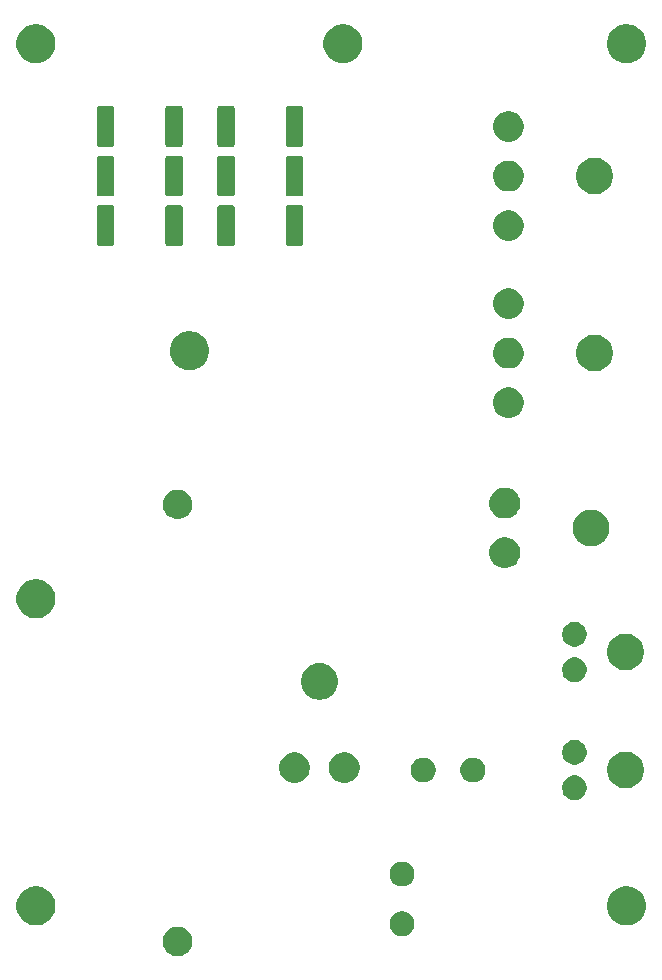
<source format=gbr>
G04 #@! TF.GenerationSoftware,KiCad,Pcbnew,(5.1.4-0)*
G04 #@! TF.CreationDate,2021-06-22T22:46:31+02:00*
G04 #@! TF.ProjectId,accumulator_HV_distribution_board,61636375-6d75-46c6-9174-6f725f48565f,rev?*
G04 #@! TF.SameCoordinates,Original*
G04 #@! TF.FileFunction,Soldermask,Bot*
G04 #@! TF.FilePolarity,Negative*
%FSLAX46Y46*%
G04 Gerber Fmt 4.6, Leading zero omitted, Abs format (unit mm)*
G04 Created by KiCad (PCBNEW (5.1.4-0)) date 2021-06-22 22:46:31*
%MOMM*%
%LPD*%
G04 APERTURE LIST*
%ADD10C,0.100000*%
G04 APERTURE END LIST*
D10*
G36*
X132364903Y-119797075D02*
G01*
X132592571Y-119891378D01*
X132797466Y-120028285D01*
X132971715Y-120202534D01*
X133108622Y-120407429D01*
X133108623Y-120407431D01*
X133118545Y-120431385D01*
X133202925Y-120635097D01*
X133251000Y-120876787D01*
X133251000Y-121123213D01*
X133202925Y-121364903D01*
X133108622Y-121592571D01*
X132971715Y-121797466D01*
X132797466Y-121971715D01*
X132592571Y-122108622D01*
X132592570Y-122108623D01*
X132592569Y-122108623D01*
X132364903Y-122202925D01*
X132123214Y-122251000D01*
X131876786Y-122251000D01*
X131635097Y-122202925D01*
X131407431Y-122108623D01*
X131407430Y-122108623D01*
X131407429Y-122108622D01*
X131202534Y-121971715D01*
X131028285Y-121797466D01*
X130891378Y-121592571D01*
X130797075Y-121364903D01*
X130749000Y-121123213D01*
X130749000Y-120876787D01*
X130797075Y-120635097D01*
X130881455Y-120431385D01*
X130891377Y-120407431D01*
X130891378Y-120407429D01*
X131028285Y-120202534D01*
X131202534Y-120028285D01*
X131407429Y-119891378D01*
X131635097Y-119797075D01*
X131876786Y-119749000D01*
X132123214Y-119749000D01*
X132364903Y-119797075D01*
X132364903Y-119797075D01*
G37*
G36*
X151306564Y-118489389D02*
G01*
X151497833Y-118568615D01*
X151497835Y-118568616D01*
X151669973Y-118683635D01*
X151816365Y-118830027D01*
X151931385Y-119002167D01*
X152010611Y-119193436D01*
X152051000Y-119396484D01*
X152051000Y-119603516D01*
X152010611Y-119806564D01*
X151975480Y-119891377D01*
X151931384Y-119997835D01*
X151816365Y-120169973D01*
X151669973Y-120316365D01*
X151497835Y-120431384D01*
X151497834Y-120431385D01*
X151497833Y-120431385D01*
X151306564Y-120510611D01*
X151103516Y-120551000D01*
X150896484Y-120551000D01*
X150693436Y-120510611D01*
X150502167Y-120431385D01*
X150502166Y-120431385D01*
X150502165Y-120431384D01*
X150330027Y-120316365D01*
X150183635Y-120169973D01*
X150068616Y-119997835D01*
X150024520Y-119891377D01*
X149989389Y-119806564D01*
X149949000Y-119603516D01*
X149949000Y-119396484D01*
X149989389Y-119193436D01*
X150068615Y-119002167D01*
X150183635Y-118830027D01*
X150330027Y-118683635D01*
X150502165Y-118568616D01*
X150502167Y-118568615D01*
X150693436Y-118489389D01*
X150896484Y-118449000D01*
X151103516Y-118449000D01*
X151306564Y-118489389D01*
X151306564Y-118489389D01*
G37*
G36*
X170375256Y-116391298D02*
G01*
X170481579Y-116412447D01*
X170782042Y-116536903D01*
X171052451Y-116717585D01*
X171282415Y-116947549D01*
X171463097Y-117217958D01*
X171587553Y-117518421D01*
X171651000Y-117837391D01*
X171651000Y-118162609D01*
X171587553Y-118481579D01*
X171463097Y-118782042D01*
X171282415Y-119052451D01*
X171052451Y-119282415D01*
X170782042Y-119463097D01*
X170481579Y-119587553D01*
X170401327Y-119603516D01*
X170162611Y-119651000D01*
X169837389Y-119651000D01*
X169598673Y-119603516D01*
X169518421Y-119587553D01*
X169217958Y-119463097D01*
X168947549Y-119282415D01*
X168717585Y-119052451D01*
X168536903Y-118782042D01*
X168412447Y-118481579D01*
X168349000Y-118162609D01*
X168349000Y-117837391D01*
X168412447Y-117518421D01*
X168536903Y-117217958D01*
X168717585Y-116947549D01*
X168947549Y-116717585D01*
X169217958Y-116536903D01*
X169518421Y-116412447D01*
X169624744Y-116391298D01*
X169837389Y-116349000D01*
X170162611Y-116349000D01*
X170375256Y-116391298D01*
X170375256Y-116391298D01*
G37*
G36*
X120375256Y-116391298D02*
G01*
X120481579Y-116412447D01*
X120782042Y-116536903D01*
X121052451Y-116717585D01*
X121282415Y-116947549D01*
X121463097Y-117217958D01*
X121587553Y-117518421D01*
X121651000Y-117837391D01*
X121651000Y-118162609D01*
X121587553Y-118481579D01*
X121463097Y-118782042D01*
X121282415Y-119052451D01*
X121052451Y-119282415D01*
X120782042Y-119463097D01*
X120481579Y-119587553D01*
X120401327Y-119603516D01*
X120162611Y-119651000D01*
X119837389Y-119651000D01*
X119598673Y-119603516D01*
X119518421Y-119587553D01*
X119217958Y-119463097D01*
X118947549Y-119282415D01*
X118717585Y-119052451D01*
X118536903Y-118782042D01*
X118412447Y-118481579D01*
X118349000Y-118162609D01*
X118349000Y-117837391D01*
X118412447Y-117518421D01*
X118536903Y-117217958D01*
X118717585Y-116947549D01*
X118947549Y-116717585D01*
X119217958Y-116536903D01*
X119518421Y-116412447D01*
X119624744Y-116391298D01*
X119837389Y-116349000D01*
X120162611Y-116349000D01*
X120375256Y-116391298D01*
X120375256Y-116391298D01*
G37*
G36*
X151306564Y-114289389D02*
G01*
X151497833Y-114368615D01*
X151497835Y-114368616D01*
X151669973Y-114483635D01*
X151816365Y-114630027D01*
X151931385Y-114802167D01*
X152010611Y-114993436D01*
X152051000Y-115196484D01*
X152051000Y-115403516D01*
X152010611Y-115606564D01*
X151931385Y-115797833D01*
X151931384Y-115797835D01*
X151816365Y-115969973D01*
X151669973Y-116116365D01*
X151497835Y-116231384D01*
X151497834Y-116231385D01*
X151497833Y-116231385D01*
X151306564Y-116310611D01*
X151103516Y-116351000D01*
X150896484Y-116351000D01*
X150693436Y-116310611D01*
X150502167Y-116231385D01*
X150502166Y-116231385D01*
X150502165Y-116231384D01*
X150330027Y-116116365D01*
X150183635Y-115969973D01*
X150068616Y-115797835D01*
X150068615Y-115797833D01*
X149989389Y-115606564D01*
X149949000Y-115403516D01*
X149949000Y-115196484D01*
X149989389Y-114993436D01*
X150068615Y-114802167D01*
X150183635Y-114630027D01*
X150330027Y-114483635D01*
X150502165Y-114368616D01*
X150502167Y-114368615D01*
X150693436Y-114289389D01*
X150896484Y-114249000D01*
X151103516Y-114249000D01*
X151306564Y-114289389D01*
X151306564Y-114289389D01*
G37*
G36*
X165906564Y-106989389D02*
G01*
X166097833Y-107068615D01*
X166097835Y-107068616D01*
X166269973Y-107183635D01*
X166416365Y-107330027D01*
X166522390Y-107488704D01*
X166531385Y-107502167D01*
X166610611Y-107693436D01*
X166651000Y-107896484D01*
X166651000Y-108103516D01*
X166610611Y-108306564D01*
X166531385Y-108497833D01*
X166531384Y-108497835D01*
X166416365Y-108669973D01*
X166269973Y-108816365D01*
X166097835Y-108931384D01*
X166097834Y-108931385D01*
X166097833Y-108931385D01*
X165906564Y-109010611D01*
X165703516Y-109051000D01*
X165496484Y-109051000D01*
X165293436Y-109010611D01*
X165102167Y-108931385D01*
X165102166Y-108931385D01*
X165102165Y-108931384D01*
X164930027Y-108816365D01*
X164783635Y-108669973D01*
X164668616Y-108497835D01*
X164668615Y-108497833D01*
X164589389Y-108306564D01*
X164549000Y-108103516D01*
X164549000Y-107896484D01*
X164589389Y-107693436D01*
X164668615Y-107502167D01*
X164677611Y-107488704D01*
X164783635Y-107330027D01*
X164930027Y-107183635D01*
X165102165Y-107068616D01*
X165102167Y-107068615D01*
X165293436Y-106989389D01*
X165496484Y-106949000D01*
X165703516Y-106949000D01*
X165906564Y-106989389D01*
X165906564Y-106989389D01*
G37*
G36*
X170222585Y-104978802D02*
G01*
X170372410Y-105008604D01*
X170654674Y-105125521D01*
X170908705Y-105295259D01*
X171124741Y-105511295D01*
X171294479Y-105765326D01*
X171411396Y-106047590D01*
X171411396Y-106047591D01*
X171471000Y-106347239D01*
X171471000Y-106652761D01*
X171441198Y-106802585D01*
X171411396Y-106952410D01*
X171294479Y-107234674D01*
X171124741Y-107488705D01*
X170908705Y-107704741D01*
X170654674Y-107874479D01*
X170372410Y-107991396D01*
X170222585Y-108021198D01*
X170072761Y-108051000D01*
X169767239Y-108051000D01*
X169617415Y-108021198D01*
X169467590Y-107991396D01*
X169185326Y-107874479D01*
X168931295Y-107704741D01*
X168715259Y-107488705D01*
X168545521Y-107234674D01*
X168428604Y-106952410D01*
X168398802Y-106802585D01*
X168369000Y-106652761D01*
X168369000Y-106347239D01*
X168428604Y-106047591D01*
X168428604Y-106047590D01*
X168545521Y-105765326D01*
X168715259Y-105511295D01*
X168931295Y-105295259D01*
X169185326Y-105125521D01*
X169467590Y-105008604D01*
X169617415Y-104978802D01*
X169767239Y-104949000D01*
X170072761Y-104949000D01*
X170222585Y-104978802D01*
X170222585Y-104978802D01*
G37*
G36*
X146479487Y-105048996D02*
G01*
X146716253Y-105147068D01*
X146716255Y-105147069D01*
X146929339Y-105289447D01*
X147110553Y-105470661D01*
X147252858Y-105683635D01*
X147252932Y-105683747D01*
X147351004Y-105920513D01*
X147401000Y-106171861D01*
X147401000Y-106428139D01*
X147351004Y-106679487D01*
X147298366Y-106806565D01*
X147252931Y-106916255D01*
X147110553Y-107129339D01*
X146929339Y-107310553D01*
X146716255Y-107452931D01*
X146716254Y-107452932D01*
X146716253Y-107452932D01*
X146479487Y-107551004D01*
X146228139Y-107601000D01*
X145971861Y-107601000D01*
X145720513Y-107551004D01*
X145483747Y-107452932D01*
X145483746Y-107452932D01*
X145483745Y-107452931D01*
X145270661Y-107310553D01*
X145089447Y-107129339D01*
X144947069Y-106916255D01*
X144901634Y-106806565D01*
X144848996Y-106679487D01*
X144799000Y-106428139D01*
X144799000Y-106171861D01*
X144848996Y-105920513D01*
X144947068Y-105683747D01*
X144947143Y-105683635D01*
X145089447Y-105470661D01*
X145270661Y-105289447D01*
X145483745Y-105147069D01*
X145483747Y-105147068D01*
X145720513Y-105048996D01*
X145971861Y-104999000D01*
X146228139Y-104999000D01*
X146479487Y-105048996D01*
X146479487Y-105048996D01*
G37*
G36*
X142279487Y-105048996D02*
G01*
X142516253Y-105147068D01*
X142516255Y-105147069D01*
X142729339Y-105289447D01*
X142910553Y-105470661D01*
X143052858Y-105683635D01*
X143052932Y-105683747D01*
X143151004Y-105920513D01*
X143201000Y-106171861D01*
X143201000Y-106428139D01*
X143151004Y-106679487D01*
X143098366Y-106806565D01*
X143052931Y-106916255D01*
X142910553Y-107129339D01*
X142729339Y-107310553D01*
X142516255Y-107452931D01*
X142516254Y-107452932D01*
X142516253Y-107452932D01*
X142279487Y-107551004D01*
X142028139Y-107601000D01*
X141771861Y-107601000D01*
X141520513Y-107551004D01*
X141283747Y-107452932D01*
X141283746Y-107452932D01*
X141283745Y-107452931D01*
X141070661Y-107310553D01*
X140889447Y-107129339D01*
X140747069Y-106916255D01*
X140701634Y-106806565D01*
X140648996Y-106679487D01*
X140599000Y-106428139D01*
X140599000Y-106171861D01*
X140648996Y-105920513D01*
X140747068Y-105683747D01*
X140747143Y-105683635D01*
X140889447Y-105470661D01*
X141070661Y-105289447D01*
X141283745Y-105147069D01*
X141283747Y-105147068D01*
X141520513Y-105048996D01*
X141771861Y-104999000D01*
X142028139Y-104999000D01*
X142279487Y-105048996D01*
X142279487Y-105048996D01*
G37*
G36*
X157306564Y-105489389D02*
G01*
X157497833Y-105568615D01*
X157497835Y-105568616D01*
X157669973Y-105683635D01*
X157816365Y-105830027D01*
X157884090Y-105931384D01*
X157931385Y-106002167D01*
X158010611Y-106193436D01*
X158051000Y-106396484D01*
X158051000Y-106603516D01*
X158010611Y-106806564D01*
X157934882Y-106989390D01*
X157931384Y-106997835D01*
X157816365Y-107169973D01*
X157669973Y-107316365D01*
X157497835Y-107431384D01*
X157497834Y-107431385D01*
X157497833Y-107431385D01*
X157306564Y-107510611D01*
X157103516Y-107551000D01*
X156896484Y-107551000D01*
X156693436Y-107510611D01*
X156502167Y-107431385D01*
X156502166Y-107431385D01*
X156502165Y-107431384D01*
X156330027Y-107316365D01*
X156183635Y-107169973D01*
X156068616Y-106997835D01*
X156065118Y-106989390D01*
X155989389Y-106806564D01*
X155949000Y-106603516D01*
X155949000Y-106396484D01*
X155989389Y-106193436D01*
X156068615Y-106002167D01*
X156115911Y-105931384D01*
X156183635Y-105830027D01*
X156330027Y-105683635D01*
X156502165Y-105568616D01*
X156502167Y-105568615D01*
X156693436Y-105489389D01*
X156896484Y-105449000D01*
X157103516Y-105449000D01*
X157306564Y-105489389D01*
X157306564Y-105489389D01*
G37*
G36*
X153106564Y-105489389D02*
G01*
X153297833Y-105568615D01*
X153297835Y-105568616D01*
X153469973Y-105683635D01*
X153616365Y-105830027D01*
X153684090Y-105931384D01*
X153731385Y-106002167D01*
X153810611Y-106193436D01*
X153851000Y-106396484D01*
X153851000Y-106603516D01*
X153810611Y-106806564D01*
X153734882Y-106989390D01*
X153731384Y-106997835D01*
X153616365Y-107169973D01*
X153469973Y-107316365D01*
X153297835Y-107431384D01*
X153297834Y-107431385D01*
X153297833Y-107431385D01*
X153106564Y-107510611D01*
X152903516Y-107551000D01*
X152696484Y-107551000D01*
X152493436Y-107510611D01*
X152302167Y-107431385D01*
X152302166Y-107431385D01*
X152302165Y-107431384D01*
X152130027Y-107316365D01*
X151983635Y-107169973D01*
X151868616Y-106997835D01*
X151865118Y-106989390D01*
X151789389Y-106806564D01*
X151749000Y-106603516D01*
X151749000Y-106396484D01*
X151789389Y-106193436D01*
X151868615Y-106002167D01*
X151915911Y-105931384D01*
X151983635Y-105830027D01*
X152130027Y-105683635D01*
X152302165Y-105568616D01*
X152302167Y-105568615D01*
X152493436Y-105489389D01*
X152696484Y-105449000D01*
X152903516Y-105449000D01*
X153106564Y-105489389D01*
X153106564Y-105489389D01*
G37*
G36*
X165906564Y-103989389D02*
G01*
X166097833Y-104068615D01*
X166097835Y-104068616D01*
X166269973Y-104183635D01*
X166416365Y-104330027D01*
X166531385Y-104502167D01*
X166610611Y-104693436D01*
X166651000Y-104896484D01*
X166651000Y-105103516D01*
X166610611Y-105306564D01*
X166534882Y-105489390D01*
X166531384Y-105497835D01*
X166416365Y-105669973D01*
X166269973Y-105816365D01*
X166097835Y-105931384D01*
X166097834Y-105931385D01*
X166097833Y-105931385D01*
X165906564Y-106010611D01*
X165703516Y-106051000D01*
X165496484Y-106051000D01*
X165293436Y-106010611D01*
X165102167Y-105931385D01*
X165102166Y-105931385D01*
X165102165Y-105931384D01*
X164930027Y-105816365D01*
X164783635Y-105669973D01*
X164668616Y-105497835D01*
X164665118Y-105489390D01*
X164589389Y-105306564D01*
X164549000Y-105103516D01*
X164549000Y-104896484D01*
X164589389Y-104693436D01*
X164668615Y-104502167D01*
X164783635Y-104330027D01*
X164930027Y-104183635D01*
X165102165Y-104068616D01*
X165102167Y-104068615D01*
X165293436Y-103989389D01*
X165496484Y-103949000D01*
X165703516Y-103949000D01*
X165906564Y-103989389D01*
X165906564Y-103989389D01*
G37*
G36*
X144302585Y-97478802D02*
G01*
X144452410Y-97508604D01*
X144734674Y-97625521D01*
X144988705Y-97795259D01*
X145204741Y-98011295D01*
X145374479Y-98265326D01*
X145491396Y-98547590D01*
X145551000Y-98847240D01*
X145551000Y-99152760D01*
X145491396Y-99452410D01*
X145374479Y-99734674D01*
X145204741Y-99988705D01*
X144988705Y-100204741D01*
X144734674Y-100374479D01*
X144452410Y-100491396D01*
X144302585Y-100521198D01*
X144152761Y-100551000D01*
X143847239Y-100551000D01*
X143697415Y-100521198D01*
X143547590Y-100491396D01*
X143265326Y-100374479D01*
X143011295Y-100204741D01*
X142795259Y-99988705D01*
X142625521Y-99734674D01*
X142508604Y-99452410D01*
X142449000Y-99152760D01*
X142449000Y-98847240D01*
X142508604Y-98547590D01*
X142625521Y-98265326D01*
X142795259Y-98011295D01*
X143011295Y-97795259D01*
X143265326Y-97625521D01*
X143547590Y-97508604D01*
X143697415Y-97478802D01*
X143847239Y-97449000D01*
X144152761Y-97449000D01*
X144302585Y-97478802D01*
X144302585Y-97478802D01*
G37*
G36*
X165906564Y-96989389D02*
G01*
X166097833Y-97068615D01*
X166097835Y-97068616D01*
X166269973Y-97183635D01*
X166416365Y-97330027D01*
X166522390Y-97488704D01*
X166531385Y-97502167D01*
X166610611Y-97693436D01*
X166651000Y-97896484D01*
X166651000Y-98103516D01*
X166610611Y-98306564D01*
X166531385Y-98497833D01*
X166531384Y-98497835D01*
X166416365Y-98669973D01*
X166269973Y-98816365D01*
X166097835Y-98931384D01*
X166097834Y-98931385D01*
X166097833Y-98931385D01*
X165906564Y-99010611D01*
X165703516Y-99051000D01*
X165496484Y-99051000D01*
X165293436Y-99010611D01*
X165102167Y-98931385D01*
X165102166Y-98931385D01*
X165102165Y-98931384D01*
X164930027Y-98816365D01*
X164783635Y-98669973D01*
X164668616Y-98497835D01*
X164668615Y-98497833D01*
X164589389Y-98306564D01*
X164549000Y-98103516D01*
X164549000Y-97896484D01*
X164589389Y-97693436D01*
X164668615Y-97502167D01*
X164677611Y-97488704D01*
X164783635Y-97330027D01*
X164930027Y-97183635D01*
X165102165Y-97068616D01*
X165102167Y-97068615D01*
X165293436Y-96989389D01*
X165496484Y-96949000D01*
X165703516Y-96949000D01*
X165906564Y-96989389D01*
X165906564Y-96989389D01*
G37*
G36*
X170222585Y-94978802D02*
G01*
X170372410Y-95008604D01*
X170654674Y-95125521D01*
X170908705Y-95295259D01*
X171124741Y-95511295D01*
X171294479Y-95765326D01*
X171411396Y-96047590D01*
X171471000Y-96347240D01*
X171471000Y-96652760D01*
X171411396Y-96952410D01*
X171294479Y-97234674D01*
X171124741Y-97488705D01*
X170908705Y-97704741D01*
X170654674Y-97874479D01*
X170372410Y-97991396D01*
X170222585Y-98021198D01*
X170072761Y-98051000D01*
X169767239Y-98051000D01*
X169617415Y-98021198D01*
X169467590Y-97991396D01*
X169185326Y-97874479D01*
X168931295Y-97704741D01*
X168715259Y-97488705D01*
X168545521Y-97234674D01*
X168428604Y-96952410D01*
X168369000Y-96652760D01*
X168369000Y-96347240D01*
X168428604Y-96047590D01*
X168545521Y-95765326D01*
X168715259Y-95511295D01*
X168931295Y-95295259D01*
X169185326Y-95125521D01*
X169467590Y-95008604D01*
X169617415Y-94978802D01*
X169767239Y-94949000D01*
X170072761Y-94949000D01*
X170222585Y-94978802D01*
X170222585Y-94978802D01*
G37*
G36*
X165906564Y-93989389D02*
G01*
X166097833Y-94068615D01*
X166097835Y-94068616D01*
X166269973Y-94183635D01*
X166416365Y-94330027D01*
X166531385Y-94502167D01*
X166610611Y-94693436D01*
X166651000Y-94896484D01*
X166651000Y-95103516D01*
X166610611Y-95306564D01*
X166531385Y-95497833D01*
X166531384Y-95497835D01*
X166416365Y-95669973D01*
X166269973Y-95816365D01*
X166097835Y-95931384D01*
X166097834Y-95931385D01*
X166097833Y-95931385D01*
X165906564Y-96010611D01*
X165703516Y-96051000D01*
X165496484Y-96051000D01*
X165293436Y-96010611D01*
X165102167Y-95931385D01*
X165102166Y-95931385D01*
X165102165Y-95931384D01*
X164930027Y-95816365D01*
X164783635Y-95669973D01*
X164668616Y-95497835D01*
X164668615Y-95497833D01*
X164589389Y-95306564D01*
X164549000Y-95103516D01*
X164549000Y-94896484D01*
X164589389Y-94693436D01*
X164668615Y-94502167D01*
X164783635Y-94330027D01*
X164930027Y-94183635D01*
X165102165Y-94068616D01*
X165102167Y-94068615D01*
X165293436Y-93989389D01*
X165496484Y-93949000D01*
X165703516Y-93949000D01*
X165906564Y-93989389D01*
X165906564Y-93989389D01*
G37*
G36*
X120375256Y-90391298D02*
G01*
X120481579Y-90412447D01*
X120782042Y-90536903D01*
X121052451Y-90717585D01*
X121282415Y-90947549D01*
X121463097Y-91217958D01*
X121587553Y-91518421D01*
X121651000Y-91837391D01*
X121651000Y-92162609D01*
X121587553Y-92481579D01*
X121463097Y-92782042D01*
X121282415Y-93052451D01*
X121052451Y-93282415D01*
X120782042Y-93463097D01*
X120481579Y-93587553D01*
X120375256Y-93608702D01*
X120162611Y-93651000D01*
X119837389Y-93651000D01*
X119624744Y-93608702D01*
X119518421Y-93587553D01*
X119217958Y-93463097D01*
X118947549Y-93282415D01*
X118717585Y-93052451D01*
X118536903Y-92782042D01*
X118412447Y-92481579D01*
X118349000Y-92162609D01*
X118349000Y-91837391D01*
X118412447Y-91518421D01*
X118536903Y-91217958D01*
X118717585Y-90947549D01*
X118947549Y-90717585D01*
X119217958Y-90536903D01*
X119518421Y-90412447D01*
X119624744Y-90391298D01*
X119837389Y-90349000D01*
X120162611Y-90349000D01*
X120375256Y-90391298D01*
X120375256Y-90391298D01*
G37*
G36*
X160079487Y-86848996D02*
G01*
X160316253Y-86947068D01*
X160316255Y-86947069D01*
X160529339Y-87089447D01*
X160710553Y-87270661D01*
X160852932Y-87483747D01*
X160951004Y-87720513D01*
X161001000Y-87971861D01*
X161001000Y-88228139D01*
X160951004Y-88479487D01*
X160852932Y-88716253D01*
X160852931Y-88716255D01*
X160710553Y-88929339D01*
X160529339Y-89110553D01*
X160316255Y-89252931D01*
X160316254Y-89252932D01*
X160316253Y-89252932D01*
X160079487Y-89351004D01*
X159828139Y-89401000D01*
X159571861Y-89401000D01*
X159320513Y-89351004D01*
X159083747Y-89252932D01*
X159083746Y-89252932D01*
X159083745Y-89252931D01*
X158870661Y-89110553D01*
X158689447Y-88929339D01*
X158547069Y-88716255D01*
X158547068Y-88716253D01*
X158448996Y-88479487D01*
X158399000Y-88228139D01*
X158399000Y-87971861D01*
X158448996Y-87720513D01*
X158547068Y-87483747D01*
X158689447Y-87270661D01*
X158870661Y-87089447D01*
X159083745Y-86947069D01*
X159083747Y-86947068D01*
X159320513Y-86848996D01*
X159571861Y-86799000D01*
X159828139Y-86799000D01*
X160079487Y-86848996D01*
X160079487Y-86848996D01*
G37*
G36*
X167302585Y-84478802D02*
G01*
X167452410Y-84508604D01*
X167734674Y-84625521D01*
X167988705Y-84795259D01*
X168204741Y-85011295D01*
X168374479Y-85265326D01*
X168491396Y-85547590D01*
X168551000Y-85847240D01*
X168551000Y-86152760D01*
X168491396Y-86452410D01*
X168374479Y-86734674D01*
X168204741Y-86988705D01*
X167988705Y-87204741D01*
X167734674Y-87374479D01*
X167452410Y-87491396D01*
X167302585Y-87521198D01*
X167152761Y-87551000D01*
X166847239Y-87551000D01*
X166697415Y-87521198D01*
X166547590Y-87491396D01*
X166265326Y-87374479D01*
X166011295Y-87204741D01*
X165795259Y-86988705D01*
X165625521Y-86734674D01*
X165508604Y-86452410D01*
X165449000Y-86152760D01*
X165449000Y-85847240D01*
X165508604Y-85547590D01*
X165625521Y-85265326D01*
X165795259Y-85011295D01*
X166011295Y-84795259D01*
X166265326Y-84625521D01*
X166547590Y-84508604D01*
X166697415Y-84478802D01*
X166847239Y-84449000D01*
X167152761Y-84449000D01*
X167302585Y-84478802D01*
X167302585Y-84478802D01*
G37*
G36*
X132364903Y-82797075D02*
G01*
X132587910Y-82889447D01*
X132592571Y-82891378D01*
X132797466Y-83028285D01*
X132971715Y-83202534D01*
X133025980Y-83283747D01*
X133108623Y-83407431D01*
X133155463Y-83520513D01*
X133202925Y-83635097D01*
X133251000Y-83876787D01*
X133251000Y-84123213D01*
X133202925Y-84364903D01*
X133108622Y-84592571D01*
X132971715Y-84797466D01*
X132797466Y-84971715D01*
X132592571Y-85108622D01*
X132592570Y-85108623D01*
X132592569Y-85108623D01*
X132364903Y-85202925D01*
X132123214Y-85251000D01*
X131876786Y-85251000D01*
X131635097Y-85202925D01*
X131407431Y-85108623D01*
X131407430Y-85108623D01*
X131407429Y-85108622D01*
X131202534Y-84971715D01*
X131028285Y-84797466D01*
X130891378Y-84592571D01*
X130797075Y-84364903D01*
X130749000Y-84123213D01*
X130749000Y-83876787D01*
X130797075Y-83635097D01*
X130844537Y-83520513D01*
X130891377Y-83407431D01*
X130974020Y-83283747D01*
X131028285Y-83202534D01*
X131202534Y-83028285D01*
X131407429Y-82891378D01*
X131412091Y-82889447D01*
X131635097Y-82797075D01*
X131876786Y-82749000D01*
X132123214Y-82749000D01*
X132364903Y-82797075D01*
X132364903Y-82797075D01*
G37*
G36*
X160079487Y-82648996D02*
G01*
X160316253Y-82747068D01*
X160316255Y-82747069D01*
X160529339Y-82889447D01*
X160710553Y-83070661D01*
X160798668Y-83202534D01*
X160852932Y-83283747D01*
X160951004Y-83520513D01*
X161001000Y-83771861D01*
X161001000Y-84028139D01*
X160951004Y-84279487D01*
X160915623Y-84364903D01*
X160852931Y-84516255D01*
X160710553Y-84729339D01*
X160529339Y-84910553D01*
X160316255Y-85052931D01*
X160316254Y-85052932D01*
X160316253Y-85052932D01*
X160079487Y-85151004D01*
X159828139Y-85201000D01*
X159571861Y-85201000D01*
X159320513Y-85151004D01*
X159083747Y-85052932D01*
X159083746Y-85052932D01*
X159083745Y-85052931D01*
X158870661Y-84910553D01*
X158689447Y-84729339D01*
X158547069Y-84516255D01*
X158484377Y-84364903D01*
X158448996Y-84279487D01*
X158399000Y-84028139D01*
X158399000Y-83771861D01*
X158448996Y-83520513D01*
X158547068Y-83283747D01*
X158601333Y-83202534D01*
X158689447Y-83070661D01*
X158870661Y-82889447D01*
X159083745Y-82747069D01*
X159083747Y-82747068D01*
X159320513Y-82648996D01*
X159571861Y-82599000D01*
X159828139Y-82599000D01*
X160079487Y-82648996D01*
X160079487Y-82648996D01*
G37*
G36*
X160379487Y-74148996D02*
G01*
X160616253Y-74247068D01*
X160616255Y-74247069D01*
X160829339Y-74389447D01*
X161010553Y-74570661D01*
X161152932Y-74783747D01*
X161251004Y-75020513D01*
X161301000Y-75271861D01*
X161301000Y-75528139D01*
X161251004Y-75779487D01*
X161152932Y-76016253D01*
X161152931Y-76016255D01*
X161010553Y-76229339D01*
X160829339Y-76410553D01*
X160616255Y-76552931D01*
X160616254Y-76552932D01*
X160616253Y-76552932D01*
X160379487Y-76651004D01*
X160128139Y-76701000D01*
X159871861Y-76701000D01*
X159620513Y-76651004D01*
X159383747Y-76552932D01*
X159383746Y-76552932D01*
X159383745Y-76552931D01*
X159170661Y-76410553D01*
X158989447Y-76229339D01*
X158847069Y-76016255D01*
X158847068Y-76016253D01*
X158748996Y-75779487D01*
X158699000Y-75528139D01*
X158699000Y-75271861D01*
X158748996Y-75020513D01*
X158847068Y-74783747D01*
X158989447Y-74570661D01*
X159170661Y-74389447D01*
X159383745Y-74247069D01*
X159383747Y-74247068D01*
X159620513Y-74148996D01*
X159871861Y-74099000D01*
X160128139Y-74099000D01*
X160379487Y-74148996D01*
X160379487Y-74148996D01*
G37*
G36*
X167602585Y-69678802D02*
G01*
X167752410Y-69708604D01*
X168034674Y-69825521D01*
X168288705Y-69995259D01*
X168504741Y-70211295D01*
X168674479Y-70465326D01*
X168791396Y-70747590D01*
X168851000Y-71047240D01*
X168851000Y-71352760D01*
X168791396Y-71652410D01*
X168674479Y-71934674D01*
X168504741Y-72188705D01*
X168288705Y-72404741D01*
X168034674Y-72574479D01*
X167752410Y-72691396D01*
X167602585Y-72721198D01*
X167452761Y-72751000D01*
X167147239Y-72751000D01*
X166997415Y-72721198D01*
X166847590Y-72691396D01*
X166565326Y-72574479D01*
X166311295Y-72404741D01*
X166095259Y-72188705D01*
X165925521Y-71934674D01*
X165808604Y-71652410D01*
X165749000Y-71352760D01*
X165749000Y-71047240D01*
X165808604Y-70747590D01*
X165925521Y-70465326D01*
X166095259Y-70211295D01*
X166311295Y-69995259D01*
X166565326Y-69825521D01*
X166847590Y-69708604D01*
X166997415Y-69678802D01*
X167147239Y-69649000D01*
X167452761Y-69649000D01*
X167602585Y-69678802D01*
X167602585Y-69678802D01*
G37*
G36*
X133375256Y-69391298D02*
G01*
X133481579Y-69412447D01*
X133782042Y-69536903D01*
X134052451Y-69717585D01*
X134282415Y-69947549D01*
X134463097Y-70217958D01*
X134463098Y-70217960D01*
X134587553Y-70518422D01*
X134651000Y-70837389D01*
X134651000Y-71162611D01*
X134608702Y-71375256D01*
X134587553Y-71481579D01*
X134463097Y-71782042D01*
X134282415Y-72052451D01*
X134052451Y-72282415D01*
X133782042Y-72463097D01*
X133481579Y-72587553D01*
X133375256Y-72608702D01*
X133162611Y-72651000D01*
X132837389Y-72651000D01*
X132624744Y-72608702D01*
X132518421Y-72587553D01*
X132217958Y-72463097D01*
X131947549Y-72282415D01*
X131717585Y-72052451D01*
X131536903Y-71782042D01*
X131412447Y-71481579D01*
X131391298Y-71375256D01*
X131349000Y-71162611D01*
X131349000Y-70837389D01*
X131412447Y-70518422D01*
X131536902Y-70217960D01*
X131536903Y-70217958D01*
X131717585Y-69947549D01*
X131947549Y-69717585D01*
X132217958Y-69536903D01*
X132518421Y-69412447D01*
X132624744Y-69391298D01*
X132837389Y-69349000D01*
X133162611Y-69349000D01*
X133375256Y-69391298D01*
X133375256Y-69391298D01*
G37*
G36*
X160379487Y-69948996D02*
G01*
X160616253Y-70047068D01*
X160616255Y-70047069D01*
X160829339Y-70189447D01*
X161010553Y-70370661D01*
X161109284Y-70518422D01*
X161152932Y-70583747D01*
X161251004Y-70820513D01*
X161301000Y-71071861D01*
X161301000Y-71328139D01*
X161251004Y-71579487D01*
X161152932Y-71816253D01*
X161152931Y-71816255D01*
X161010553Y-72029339D01*
X160829339Y-72210553D01*
X160616255Y-72352931D01*
X160616254Y-72352932D01*
X160616253Y-72352932D01*
X160379487Y-72451004D01*
X160128139Y-72501000D01*
X159871861Y-72501000D01*
X159620513Y-72451004D01*
X159383747Y-72352932D01*
X159383746Y-72352932D01*
X159383745Y-72352931D01*
X159170661Y-72210553D01*
X158989447Y-72029339D01*
X158847069Y-71816255D01*
X158847068Y-71816253D01*
X158748996Y-71579487D01*
X158699000Y-71328139D01*
X158699000Y-71071861D01*
X158748996Y-70820513D01*
X158847068Y-70583747D01*
X158890717Y-70518422D01*
X158989447Y-70370661D01*
X159170661Y-70189447D01*
X159383745Y-70047069D01*
X159383747Y-70047068D01*
X159620513Y-69948996D01*
X159871861Y-69899000D01*
X160128139Y-69899000D01*
X160379487Y-69948996D01*
X160379487Y-69948996D01*
G37*
G36*
X160379487Y-65748996D02*
G01*
X160616253Y-65847068D01*
X160616255Y-65847069D01*
X160829339Y-65989447D01*
X161010553Y-66170661D01*
X161152932Y-66383747D01*
X161251004Y-66620513D01*
X161301000Y-66871861D01*
X161301000Y-67128139D01*
X161251004Y-67379487D01*
X161152932Y-67616253D01*
X161152931Y-67616255D01*
X161010553Y-67829339D01*
X160829339Y-68010553D01*
X160616255Y-68152931D01*
X160616254Y-68152932D01*
X160616253Y-68152932D01*
X160379487Y-68251004D01*
X160128139Y-68301000D01*
X159871861Y-68301000D01*
X159620513Y-68251004D01*
X159383747Y-68152932D01*
X159383746Y-68152932D01*
X159383745Y-68152931D01*
X159170661Y-68010553D01*
X158989447Y-67829339D01*
X158847069Y-67616255D01*
X158847068Y-67616253D01*
X158748996Y-67379487D01*
X158699000Y-67128139D01*
X158699000Y-66871861D01*
X158748996Y-66620513D01*
X158847068Y-66383747D01*
X158989447Y-66170661D01*
X159170661Y-65989447D01*
X159383745Y-65847069D01*
X159383747Y-65847068D01*
X159620513Y-65748996D01*
X159871861Y-65699000D01*
X160128139Y-65699000D01*
X160379487Y-65748996D01*
X160379487Y-65748996D01*
G37*
G36*
X136672798Y-58678247D02*
G01*
X136708367Y-58689037D01*
X136741139Y-58706554D01*
X136769869Y-58730131D01*
X136793446Y-58758861D01*
X136810963Y-58791633D01*
X136821753Y-58827202D01*
X136826000Y-58870325D01*
X136826000Y-61929675D01*
X136821753Y-61972798D01*
X136810963Y-62008367D01*
X136793446Y-62041139D01*
X136769869Y-62069869D01*
X136741139Y-62093446D01*
X136708367Y-62110963D01*
X136672798Y-62121753D01*
X136629675Y-62126000D01*
X135570325Y-62126000D01*
X135527202Y-62121753D01*
X135491633Y-62110963D01*
X135458861Y-62093446D01*
X135430131Y-62069869D01*
X135406554Y-62041139D01*
X135389037Y-62008367D01*
X135378247Y-61972798D01*
X135374000Y-61929675D01*
X135374000Y-58870325D01*
X135378247Y-58827202D01*
X135389037Y-58791633D01*
X135406554Y-58758861D01*
X135430131Y-58730131D01*
X135458861Y-58706554D01*
X135491633Y-58689037D01*
X135527202Y-58678247D01*
X135570325Y-58674000D01*
X136629675Y-58674000D01*
X136672798Y-58678247D01*
X136672798Y-58678247D01*
G37*
G36*
X142472798Y-58678247D02*
G01*
X142508367Y-58689037D01*
X142541139Y-58706554D01*
X142569869Y-58730131D01*
X142593446Y-58758861D01*
X142610963Y-58791633D01*
X142621753Y-58827202D01*
X142626000Y-58870325D01*
X142626000Y-61929675D01*
X142621753Y-61972798D01*
X142610963Y-62008367D01*
X142593446Y-62041139D01*
X142569869Y-62069869D01*
X142541139Y-62093446D01*
X142508367Y-62110963D01*
X142472798Y-62121753D01*
X142429675Y-62126000D01*
X141370325Y-62126000D01*
X141327202Y-62121753D01*
X141291633Y-62110963D01*
X141258861Y-62093446D01*
X141230131Y-62069869D01*
X141206554Y-62041139D01*
X141189037Y-62008367D01*
X141178247Y-61972798D01*
X141174000Y-61929675D01*
X141174000Y-58870325D01*
X141178247Y-58827202D01*
X141189037Y-58791633D01*
X141206554Y-58758861D01*
X141230131Y-58730131D01*
X141258861Y-58706554D01*
X141291633Y-58689037D01*
X141327202Y-58678247D01*
X141370325Y-58674000D01*
X142429675Y-58674000D01*
X142472798Y-58678247D01*
X142472798Y-58678247D01*
G37*
G36*
X126472798Y-58678247D02*
G01*
X126508367Y-58689037D01*
X126541139Y-58706554D01*
X126569869Y-58730131D01*
X126593446Y-58758861D01*
X126610963Y-58791633D01*
X126621753Y-58827202D01*
X126626000Y-58870325D01*
X126626000Y-61929675D01*
X126621753Y-61972798D01*
X126610963Y-62008367D01*
X126593446Y-62041139D01*
X126569869Y-62069869D01*
X126541139Y-62093446D01*
X126508367Y-62110963D01*
X126472798Y-62121753D01*
X126429675Y-62126000D01*
X125370325Y-62126000D01*
X125327202Y-62121753D01*
X125291633Y-62110963D01*
X125258861Y-62093446D01*
X125230131Y-62069869D01*
X125206554Y-62041139D01*
X125189037Y-62008367D01*
X125178247Y-61972798D01*
X125174000Y-61929675D01*
X125174000Y-58870325D01*
X125178247Y-58827202D01*
X125189037Y-58791633D01*
X125206554Y-58758861D01*
X125230131Y-58730131D01*
X125258861Y-58706554D01*
X125291633Y-58689037D01*
X125327202Y-58678247D01*
X125370325Y-58674000D01*
X126429675Y-58674000D01*
X126472798Y-58678247D01*
X126472798Y-58678247D01*
G37*
G36*
X132272798Y-58678247D02*
G01*
X132308367Y-58689037D01*
X132341139Y-58706554D01*
X132369869Y-58730131D01*
X132393446Y-58758861D01*
X132410963Y-58791633D01*
X132421753Y-58827202D01*
X132426000Y-58870325D01*
X132426000Y-61929675D01*
X132421753Y-61972798D01*
X132410963Y-62008367D01*
X132393446Y-62041139D01*
X132369869Y-62069869D01*
X132341139Y-62093446D01*
X132308367Y-62110963D01*
X132272798Y-62121753D01*
X132229675Y-62126000D01*
X131170325Y-62126000D01*
X131127202Y-62121753D01*
X131091633Y-62110963D01*
X131058861Y-62093446D01*
X131030131Y-62069869D01*
X131006554Y-62041139D01*
X130989037Y-62008367D01*
X130978247Y-61972798D01*
X130974000Y-61929675D01*
X130974000Y-58870325D01*
X130978247Y-58827202D01*
X130989037Y-58791633D01*
X131006554Y-58758861D01*
X131030131Y-58730131D01*
X131058861Y-58706554D01*
X131091633Y-58689037D01*
X131127202Y-58678247D01*
X131170325Y-58674000D01*
X132229675Y-58674000D01*
X132272798Y-58678247D01*
X132272798Y-58678247D01*
G37*
G36*
X160379487Y-59148996D02*
G01*
X160616253Y-59247068D01*
X160616255Y-59247069D01*
X160829339Y-59389447D01*
X161010553Y-59570661D01*
X161152932Y-59783747D01*
X161251004Y-60020513D01*
X161301000Y-60271861D01*
X161301000Y-60528139D01*
X161251004Y-60779487D01*
X161152932Y-61016253D01*
X161152931Y-61016255D01*
X161010553Y-61229339D01*
X160829339Y-61410553D01*
X160616255Y-61552931D01*
X160616254Y-61552932D01*
X160616253Y-61552932D01*
X160379487Y-61651004D01*
X160128139Y-61701000D01*
X159871861Y-61701000D01*
X159620513Y-61651004D01*
X159383747Y-61552932D01*
X159383746Y-61552932D01*
X159383745Y-61552931D01*
X159170661Y-61410553D01*
X158989447Y-61229339D01*
X158847069Y-61016255D01*
X158847068Y-61016253D01*
X158748996Y-60779487D01*
X158699000Y-60528139D01*
X158699000Y-60271861D01*
X158748996Y-60020513D01*
X158847068Y-59783747D01*
X158989447Y-59570661D01*
X159170661Y-59389447D01*
X159383745Y-59247069D01*
X159383747Y-59247068D01*
X159620513Y-59148996D01*
X159871861Y-59099000D01*
X160128139Y-59099000D01*
X160379487Y-59148996D01*
X160379487Y-59148996D01*
G37*
G36*
X132272798Y-54478247D02*
G01*
X132308367Y-54489037D01*
X132341139Y-54506554D01*
X132369869Y-54530131D01*
X132393446Y-54558861D01*
X132410963Y-54591633D01*
X132421753Y-54627202D01*
X132426000Y-54670325D01*
X132426000Y-57729675D01*
X132421753Y-57772798D01*
X132410963Y-57808367D01*
X132393446Y-57841139D01*
X132369869Y-57869869D01*
X132341139Y-57893446D01*
X132308367Y-57910963D01*
X132272798Y-57921753D01*
X132229675Y-57926000D01*
X131170325Y-57926000D01*
X131127202Y-57921753D01*
X131091633Y-57910963D01*
X131058861Y-57893446D01*
X131030131Y-57869869D01*
X131006554Y-57841139D01*
X130989037Y-57808367D01*
X130978247Y-57772798D01*
X130974000Y-57729675D01*
X130974000Y-54670325D01*
X130978247Y-54627202D01*
X130989037Y-54591633D01*
X131006554Y-54558861D01*
X131030131Y-54530131D01*
X131058861Y-54506554D01*
X131091633Y-54489037D01*
X131127202Y-54478247D01*
X131170325Y-54474000D01*
X132229675Y-54474000D01*
X132272798Y-54478247D01*
X132272798Y-54478247D01*
G37*
G36*
X142472798Y-54478247D02*
G01*
X142508367Y-54489037D01*
X142541139Y-54506554D01*
X142569869Y-54530131D01*
X142593446Y-54558861D01*
X142610963Y-54591633D01*
X142621753Y-54627202D01*
X142626000Y-54670325D01*
X142626000Y-57729675D01*
X142621753Y-57772798D01*
X142610963Y-57808367D01*
X142593446Y-57841139D01*
X142569869Y-57869869D01*
X142541139Y-57893446D01*
X142508367Y-57910963D01*
X142472798Y-57921753D01*
X142429675Y-57926000D01*
X141370325Y-57926000D01*
X141327202Y-57921753D01*
X141291633Y-57910963D01*
X141258861Y-57893446D01*
X141230131Y-57869869D01*
X141206554Y-57841139D01*
X141189037Y-57808367D01*
X141178247Y-57772798D01*
X141174000Y-57729675D01*
X141174000Y-54670325D01*
X141178247Y-54627202D01*
X141189037Y-54591633D01*
X141206554Y-54558861D01*
X141230131Y-54530131D01*
X141258861Y-54506554D01*
X141291633Y-54489037D01*
X141327202Y-54478247D01*
X141370325Y-54474000D01*
X142429675Y-54474000D01*
X142472798Y-54478247D01*
X142472798Y-54478247D01*
G37*
G36*
X136672798Y-54478247D02*
G01*
X136708367Y-54489037D01*
X136741139Y-54506554D01*
X136769869Y-54530131D01*
X136793446Y-54558861D01*
X136810963Y-54591633D01*
X136821753Y-54627202D01*
X136826000Y-54670325D01*
X136826000Y-57729675D01*
X136821753Y-57772798D01*
X136810963Y-57808367D01*
X136793446Y-57841139D01*
X136769869Y-57869869D01*
X136741139Y-57893446D01*
X136708367Y-57910963D01*
X136672798Y-57921753D01*
X136629675Y-57926000D01*
X135570325Y-57926000D01*
X135527202Y-57921753D01*
X135491633Y-57910963D01*
X135458861Y-57893446D01*
X135430131Y-57869869D01*
X135406554Y-57841139D01*
X135389037Y-57808367D01*
X135378247Y-57772798D01*
X135374000Y-57729675D01*
X135374000Y-54670325D01*
X135378247Y-54627202D01*
X135389037Y-54591633D01*
X135406554Y-54558861D01*
X135430131Y-54530131D01*
X135458861Y-54506554D01*
X135491633Y-54489037D01*
X135527202Y-54478247D01*
X135570325Y-54474000D01*
X136629675Y-54474000D01*
X136672798Y-54478247D01*
X136672798Y-54478247D01*
G37*
G36*
X126472798Y-54478247D02*
G01*
X126508367Y-54489037D01*
X126541139Y-54506554D01*
X126569869Y-54530131D01*
X126593446Y-54558861D01*
X126610963Y-54591633D01*
X126621753Y-54627202D01*
X126626000Y-54670325D01*
X126626000Y-57729675D01*
X126621753Y-57772798D01*
X126610963Y-57808367D01*
X126593446Y-57841139D01*
X126569869Y-57869869D01*
X126541139Y-57893446D01*
X126508367Y-57910963D01*
X126472798Y-57921753D01*
X126429675Y-57926000D01*
X125370325Y-57926000D01*
X125327202Y-57921753D01*
X125291633Y-57910963D01*
X125258861Y-57893446D01*
X125230131Y-57869869D01*
X125206554Y-57841139D01*
X125189037Y-57808367D01*
X125178247Y-57772798D01*
X125174000Y-57729675D01*
X125174000Y-54670325D01*
X125178247Y-54627202D01*
X125189037Y-54591633D01*
X125206554Y-54558861D01*
X125230131Y-54530131D01*
X125258861Y-54506554D01*
X125291633Y-54489037D01*
X125327202Y-54478247D01*
X125370325Y-54474000D01*
X126429675Y-54474000D01*
X126472798Y-54478247D01*
X126472798Y-54478247D01*
G37*
G36*
X167559968Y-54670325D02*
G01*
X167752410Y-54708604D01*
X168034674Y-54825521D01*
X168288705Y-54995259D01*
X168504741Y-55211295D01*
X168674479Y-55465326D01*
X168791396Y-55747590D01*
X168851000Y-56047240D01*
X168851000Y-56352760D01*
X168791396Y-56652410D01*
X168674479Y-56934674D01*
X168504741Y-57188705D01*
X168288705Y-57404741D01*
X168034674Y-57574479D01*
X167752410Y-57691396D01*
X167661048Y-57709569D01*
X167452761Y-57751000D01*
X167147239Y-57751000D01*
X166938952Y-57709569D01*
X166847590Y-57691396D01*
X166565326Y-57574479D01*
X166311295Y-57404741D01*
X166095259Y-57188705D01*
X165925521Y-56934674D01*
X165808604Y-56652410D01*
X165749000Y-56352760D01*
X165749000Y-56047240D01*
X165808604Y-55747590D01*
X165925521Y-55465326D01*
X166095259Y-55211295D01*
X166311295Y-54995259D01*
X166565326Y-54825521D01*
X166847590Y-54708604D01*
X167040032Y-54670325D01*
X167147239Y-54649000D01*
X167452761Y-54649000D01*
X167559968Y-54670325D01*
X167559968Y-54670325D01*
G37*
G36*
X160379487Y-54948996D02*
G01*
X160616253Y-55047068D01*
X160616255Y-55047069D01*
X160829339Y-55189447D01*
X161010553Y-55370661D01*
X161152932Y-55583747D01*
X161251004Y-55820513D01*
X161301000Y-56071861D01*
X161301000Y-56328139D01*
X161251004Y-56579487D01*
X161220798Y-56652410D01*
X161152931Y-56816255D01*
X161010553Y-57029339D01*
X160829339Y-57210553D01*
X160616255Y-57352931D01*
X160616254Y-57352932D01*
X160616253Y-57352932D01*
X160379487Y-57451004D01*
X160128139Y-57501000D01*
X159871861Y-57501000D01*
X159620513Y-57451004D01*
X159383747Y-57352932D01*
X159383746Y-57352932D01*
X159383745Y-57352931D01*
X159170661Y-57210553D01*
X158989447Y-57029339D01*
X158847069Y-56816255D01*
X158779202Y-56652410D01*
X158748996Y-56579487D01*
X158699000Y-56328139D01*
X158699000Y-56071861D01*
X158748996Y-55820513D01*
X158847068Y-55583747D01*
X158989447Y-55370661D01*
X159170661Y-55189447D01*
X159383745Y-55047069D01*
X159383747Y-55047068D01*
X159620513Y-54948996D01*
X159871861Y-54899000D01*
X160128139Y-54899000D01*
X160379487Y-54948996D01*
X160379487Y-54948996D01*
G37*
G36*
X126472798Y-50278247D02*
G01*
X126508367Y-50289037D01*
X126541139Y-50306554D01*
X126569869Y-50330131D01*
X126593446Y-50358861D01*
X126610963Y-50391633D01*
X126621753Y-50427202D01*
X126626000Y-50470325D01*
X126626000Y-53529675D01*
X126621753Y-53572798D01*
X126610963Y-53608367D01*
X126593446Y-53641139D01*
X126569869Y-53669869D01*
X126541139Y-53693446D01*
X126508367Y-53710963D01*
X126472798Y-53721753D01*
X126429675Y-53726000D01*
X125370325Y-53726000D01*
X125327202Y-53721753D01*
X125291633Y-53710963D01*
X125258861Y-53693446D01*
X125230131Y-53669869D01*
X125206554Y-53641139D01*
X125189037Y-53608367D01*
X125178247Y-53572798D01*
X125174000Y-53529675D01*
X125174000Y-50470325D01*
X125178247Y-50427202D01*
X125189037Y-50391633D01*
X125206554Y-50358861D01*
X125230131Y-50330131D01*
X125258861Y-50306554D01*
X125291633Y-50289037D01*
X125327202Y-50278247D01*
X125370325Y-50274000D01*
X126429675Y-50274000D01*
X126472798Y-50278247D01*
X126472798Y-50278247D01*
G37*
G36*
X132272798Y-50278247D02*
G01*
X132308367Y-50289037D01*
X132341139Y-50306554D01*
X132369869Y-50330131D01*
X132393446Y-50358861D01*
X132410963Y-50391633D01*
X132421753Y-50427202D01*
X132426000Y-50470325D01*
X132426000Y-53529675D01*
X132421753Y-53572798D01*
X132410963Y-53608367D01*
X132393446Y-53641139D01*
X132369869Y-53669869D01*
X132341139Y-53693446D01*
X132308367Y-53710963D01*
X132272798Y-53721753D01*
X132229675Y-53726000D01*
X131170325Y-53726000D01*
X131127202Y-53721753D01*
X131091633Y-53710963D01*
X131058861Y-53693446D01*
X131030131Y-53669869D01*
X131006554Y-53641139D01*
X130989037Y-53608367D01*
X130978247Y-53572798D01*
X130974000Y-53529675D01*
X130974000Y-50470325D01*
X130978247Y-50427202D01*
X130989037Y-50391633D01*
X131006554Y-50358861D01*
X131030131Y-50330131D01*
X131058861Y-50306554D01*
X131091633Y-50289037D01*
X131127202Y-50278247D01*
X131170325Y-50274000D01*
X132229675Y-50274000D01*
X132272798Y-50278247D01*
X132272798Y-50278247D01*
G37*
G36*
X136672798Y-50278247D02*
G01*
X136708367Y-50289037D01*
X136741139Y-50306554D01*
X136769869Y-50330131D01*
X136793446Y-50358861D01*
X136810963Y-50391633D01*
X136821753Y-50427202D01*
X136826000Y-50470325D01*
X136826000Y-53529675D01*
X136821753Y-53572798D01*
X136810963Y-53608367D01*
X136793446Y-53641139D01*
X136769869Y-53669869D01*
X136741139Y-53693446D01*
X136708367Y-53710963D01*
X136672798Y-53721753D01*
X136629675Y-53726000D01*
X135570325Y-53726000D01*
X135527202Y-53721753D01*
X135491633Y-53710963D01*
X135458861Y-53693446D01*
X135430131Y-53669869D01*
X135406554Y-53641139D01*
X135389037Y-53608367D01*
X135378247Y-53572798D01*
X135374000Y-53529675D01*
X135374000Y-50470325D01*
X135378247Y-50427202D01*
X135389037Y-50391633D01*
X135406554Y-50358861D01*
X135430131Y-50330131D01*
X135458861Y-50306554D01*
X135491633Y-50289037D01*
X135527202Y-50278247D01*
X135570325Y-50274000D01*
X136629675Y-50274000D01*
X136672798Y-50278247D01*
X136672798Y-50278247D01*
G37*
G36*
X142472798Y-50278247D02*
G01*
X142508367Y-50289037D01*
X142541139Y-50306554D01*
X142569869Y-50330131D01*
X142593446Y-50358861D01*
X142610963Y-50391633D01*
X142621753Y-50427202D01*
X142626000Y-50470325D01*
X142626000Y-53529675D01*
X142621753Y-53572798D01*
X142610963Y-53608367D01*
X142593446Y-53641139D01*
X142569869Y-53669869D01*
X142541139Y-53693446D01*
X142508367Y-53710963D01*
X142472798Y-53721753D01*
X142429675Y-53726000D01*
X141370325Y-53726000D01*
X141327202Y-53721753D01*
X141291633Y-53710963D01*
X141258861Y-53693446D01*
X141230131Y-53669869D01*
X141206554Y-53641139D01*
X141189037Y-53608367D01*
X141178247Y-53572798D01*
X141174000Y-53529675D01*
X141174000Y-50470325D01*
X141178247Y-50427202D01*
X141189037Y-50391633D01*
X141206554Y-50358861D01*
X141230131Y-50330131D01*
X141258861Y-50306554D01*
X141291633Y-50289037D01*
X141327202Y-50278247D01*
X141370325Y-50274000D01*
X142429675Y-50274000D01*
X142472798Y-50278247D01*
X142472798Y-50278247D01*
G37*
G36*
X160379487Y-50748996D02*
G01*
X160616253Y-50847068D01*
X160616255Y-50847069D01*
X160829339Y-50989447D01*
X161010553Y-51170661D01*
X161152932Y-51383747D01*
X161251004Y-51620513D01*
X161301000Y-51871861D01*
X161301000Y-52128139D01*
X161251004Y-52379487D01*
X161152932Y-52616253D01*
X161152931Y-52616255D01*
X161010553Y-52829339D01*
X160829339Y-53010553D01*
X160616255Y-53152931D01*
X160616254Y-53152932D01*
X160616253Y-53152932D01*
X160379487Y-53251004D01*
X160128139Y-53301000D01*
X159871861Y-53301000D01*
X159620513Y-53251004D01*
X159383747Y-53152932D01*
X159383746Y-53152932D01*
X159383745Y-53152931D01*
X159170661Y-53010553D01*
X158989447Y-52829339D01*
X158847069Y-52616255D01*
X158847068Y-52616253D01*
X158748996Y-52379487D01*
X158699000Y-52128139D01*
X158699000Y-51871861D01*
X158748996Y-51620513D01*
X158847068Y-51383747D01*
X158989447Y-51170661D01*
X159170661Y-50989447D01*
X159383745Y-50847069D01*
X159383747Y-50847068D01*
X159620513Y-50748996D01*
X159871861Y-50699000D01*
X160128139Y-50699000D01*
X160379487Y-50748996D01*
X160379487Y-50748996D01*
G37*
G36*
X120375256Y-43391298D02*
G01*
X120481579Y-43412447D01*
X120782042Y-43536903D01*
X121052451Y-43717585D01*
X121282415Y-43947549D01*
X121463097Y-44217958D01*
X121587553Y-44518421D01*
X121651000Y-44837391D01*
X121651000Y-45162609D01*
X121587553Y-45481579D01*
X121463097Y-45782042D01*
X121282415Y-46052451D01*
X121052451Y-46282415D01*
X120782042Y-46463097D01*
X120481579Y-46587553D01*
X120375256Y-46608702D01*
X120162611Y-46651000D01*
X119837389Y-46651000D01*
X119624744Y-46608702D01*
X119518421Y-46587553D01*
X119217958Y-46463097D01*
X118947549Y-46282415D01*
X118717585Y-46052451D01*
X118536903Y-45782042D01*
X118412447Y-45481579D01*
X118349000Y-45162609D01*
X118349000Y-44837391D01*
X118412447Y-44518421D01*
X118536903Y-44217958D01*
X118717585Y-43947549D01*
X118947549Y-43717585D01*
X119217958Y-43536903D01*
X119518421Y-43412447D01*
X119624744Y-43391298D01*
X119837389Y-43349000D01*
X120162611Y-43349000D01*
X120375256Y-43391298D01*
X120375256Y-43391298D01*
G37*
G36*
X170375256Y-43391298D02*
G01*
X170481579Y-43412447D01*
X170782042Y-43536903D01*
X171052451Y-43717585D01*
X171282415Y-43947549D01*
X171463097Y-44217958D01*
X171587553Y-44518421D01*
X171651000Y-44837391D01*
X171651000Y-45162609D01*
X171587553Y-45481579D01*
X171463097Y-45782042D01*
X171282415Y-46052451D01*
X171052451Y-46282415D01*
X170782042Y-46463097D01*
X170481579Y-46587553D01*
X170375256Y-46608702D01*
X170162611Y-46651000D01*
X169837389Y-46651000D01*
X169624744Y-46608702D01*
X169518421Y-46587553D01*
X169217958Y-46463097D01*
X168947549Y-46282415D01*
X168717585Y-46052451D01*
X168536903Y-45782042D01*
X168412447Y-45481579D01*
X168349000Y-45162609D01*
X168349000Y-44837391D01*
X168412447Y-44518421D01*
X168536903Y-44217958D01*
X168717585Y-43947549D01*
X168947549Y-43717585D01*
X169217958Y-43536903D01*
X169518421Y-43412447D01*
X169624744Y-43391298D01*
X169837389Y-43349000D01*
X170162611Y-43349000D01*
X170375256Y-43391298D01*
X170375256Y-43391298D01*
G37*
G36*
X146375256Y-43391298D02*
G01*
X146481579Y-43412447D01*
X146782042Y-43536903D01*
X147052451Y-43717585D01*
X147282415Y-43947549D01*
X147463097Y-44217958D01*
X147587553Y-44518421D01*
X147651000Y-44837391D01*
X147651000Y-45162609D01*
X147587553Y-45481579D01*
X147463097Y-45782042D01*
X147282415Y-46052451D01*
X147052451Y-46282415D01*
X146782042Y-46463097D01*
X146481579Y-46587553D01*
X146375256Y-46608702D01*
X146162611Y-46651000D01*
X145837389Y-46651000D01*
X145624744Y-46608702D01*
X145518421Y-46587553D01*
X145217958Y-46463097D01*
X144947549Y-46282415D01*
X144717585Y-46052451D01*
X144536903Y-45782042D01*
X144412447Y-45481579D01*
X144349000Y-45162609D01*
X144349000Y-44837391D01*
X144412447Y-44518421D01*
X144536903Y-44217958D01*
X144717585Y-43947549D01*
X144947549Y-43717585D01*
X145217958Y-43536903D01*
X145518421Y-43412447D01*
X145624744Y-43391298D01*
X145837389Y-43349000D01*
X146162611Y-43349000D01*
X146375256Y-43391298D01*
X146375256Y-43391298D01*
G37*
M02*

</source>
